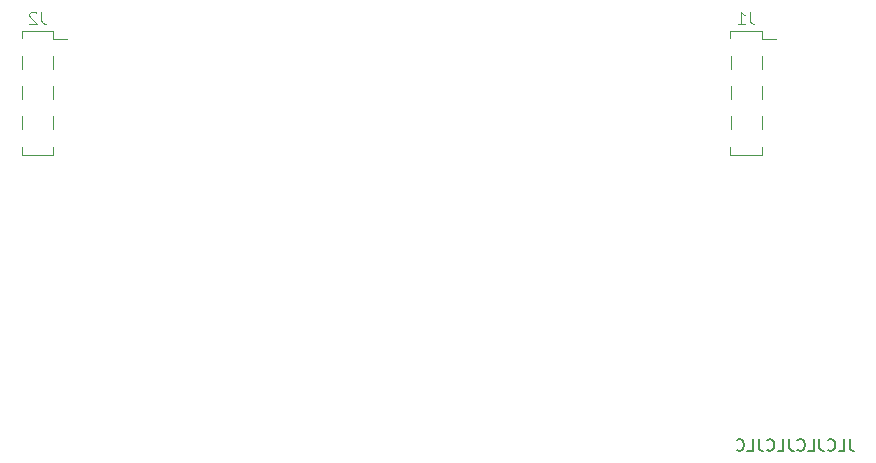
<source format=gbr>
G04 #@! TF.GenerationSoftware,KiCad,Pcbnew,7.0.8*
G04 #@! TF.CreationDate,2023-11-05T16:12:15+01:00*
G04 #@! TF.ProjectId,Front,46726f6e-742e-46b6-9963-61645f706362,rev?*
G04 #@! TF.SameCoordinates,Original*
G04 #@! TF.FileFunction,Legend,Bot*
G04 #@! TF.FilePolarity,Positive*
%FSLAX46Y46*%
G04 Gerber Fmt 4.6, Leading zero omitted, Abs format (unit mm)*
G04 Created by KiCad (PCBNEW 7.0.8) date 2023-11-05 16:12:15*
%MOMM*%
%LPD*%
G01*
G04 APERTURE LIST*
%ADD10C,0.160000*%
%ADD11C,0.100000*%
%ADD12C,0.120000*%
%ADD13R,7.200000X1.000000*%
G04 APERTURE END LIST*
D10*
X168790927Y-129339299D02*
X168790927Y-130053584D01*
X168790927Y-130053584D02*
X168838546Y-130196441D01*
X168838546Y-130196441D02*
X168933784Y-130291680D01*
X168933784Y-130291680D02*
X169076641Y-130339299D01*
X169076641Y-130339299D02*
X169171879Y-130339299D01*
X167838546Y-130339299D02*
X168314736Y-130339299D01*
X168314736Y-130339299D02*
X168314736Y-129339299D01*
X166933784Y-130244060D02*
X166981403Y-130291680D01*
X166981403Y-130291680D02*
X167124260Y-130339299D01*
X167124260Y-130339299D02*
X167219498Y-130339299D01*
X167219498Y-130339299D02*
X167362355Y-130291680D01*
X167362355Y-130291680D02*
X167457593Y-130196441D01*
X167457593Y-130196441D02*
X167505212Y-130101203D01*
X167505212Y-130101203D02*
X167552831Y-129910727D01*
X167552831Y-129910727D02*
X167552831Y-129767870D01*
X167552831Y-129767870D02*
X167505212Y-129577394D01*
X167505212Y-129577394D02*
X167457593Y-129482156D01*
X167457593Y-129482156D02*
X167362355Y-129386918D01*
X167362355Y-129386918D02*
X167219498Y-129339299D01*
X167219498Y-129339299D02*
X167124260Y-129339299D01*
X167124260Y-129339299D02*
X166981403Y-129386918D01*
X166981403Y-129386918D02*
X166933784Y-129434537D01*
X166219498Y-129339299D02*
X166219498Y-130053584D01*
X166219498Y-130053584D02*
X166267117Y-130196441D01*
X166267117Y-130196441D02*
X166362355Y-130291680D01*
X166362355Y-130291680D02*
X166505212Y-130339299D01*
X166505212Y-130339299D02*
X166600450Y-130339299D01*
X165267117Y-130339299D02*
X165743307Y-130339299D01*
X165743307Y-130339299D02*
X165743307Y-129339299D01*
X164362355Y-130244060D02*
X164409974Y-130291680D01*
X164409974Y-130291680D02*
X164552831Y-130339299D01*
X164552831Y-130339299D02*
X164648069Y-130339299D01*
X164648069Y-130339299D02*
X164790926Y-130291680D01*
X164790926Y-130291680D02*
X164886164Y-130196441D01*
X164886164Y-130196441D02*
X164933783Y-130101203D01*
X164933783Y-130101203D02*
X164981402Y-129910727D01*
X164981402Y-129910727D02*
X164981402Y-129767870D01*
X164981402Y-129767870D02*
X164933783Y-129577394D01*
X164933783Y-129577394D02*
X164886164Y-129482156D01*
X164886164Y-129482156D02*
X164790926Y-129386918D01*
X164790926Y-129386918D02*
X164648069Y-129339299D01*
X164648069Y-129339299D02*
X164552831Y-129339299D01*
X164552831Y-129339299D02*
X164409974Y-129386918D01*
X164409974Y-129386918D02*
X164362355Y-129434537D01*
X163648069Y-129339299D02*
X163648069Y-130053584D01*
X163648069Y-130053584D02*
X163695688Y-130196441D01*
X163695688Y-130196441D02*
X163790926Y-130291680D01*
X163790926Y-130291680D02*
X163933783Y-130339299D01*
X163933783Y-130339299D02*
X164029021Y-130339299D01*
X162695688Y-130339299D02*
X163171878Y-130339299D01*
X163171878Y-130339299D02*
X163171878Y-129339299D01*
X161790926Y-130244060D02*
X161838545Y-130291680D01*
X161838545Y-130291680D02*
X161981402Y-130339299D01*
X161981402Y-130339299D02*
X162076640Y-130339299D01*
X162076640Y-130339299D02*
X162219497Y-130291680D01*
X162219497Y-130291680D02*
X162314735Y-130196441D01*
X162314735Y-130196441D02*
X162362354Y-130101203D01*
X162362354Y-130101203D02*
X162409973Y-129910727D01*
X162409973Y-129910727D02*
X162409973Y-129767870D01*
X162409973Y-129767870D02*
X162362354Y-129577394D01*
X162362354Y-129577394D02*
X162314735Y-129482156D01*
X162314735Y-129482156D02*
X162219497Y-129386918D01*
X162219497Y-129386918D02*
X162076640Y-129339299D01*
X162076640Y-129339299D02*
X161981402Y-129339299D01*
X161981402Y-129339299D02*
X161838545Y-129386918D01*
X161838545Y-129386918D02*
X161790926Y-129434537D01*
X161076640Y-129339299D02*
X161076640Y-130053584D01*
X161076640Y-130053584D02*
X161124259Y-130196441D01*
X161124259Y-130196441D02*
X161219497Y-130291680D01*
X161219497Y-130291680D02*
X161362354Y-130339299D01*
X161362354Y-130339299D02*
X161457592Y-130339299D01*
X160124259Y-130339299D02*
X160600449Y-130339299D01*
X160600449Y-130339299D02*
X160600449Y-129339299D01*
X159219497Y-130244060D02*
X159267116Y-130291680D01*
X159267116Y-130291680D02*
X159409973Y-130339299D01*
X159409973Y-130339299D02*
X159505211Y-130339299D01*
X159505211Y-130339299D02*
X159648068Y-130291680D01*
X159648068Y-130291680D02*
X159743306Y-130196441D01*
X159743306Y-130196441D02*
X159790925Y-130101203D01*
X159790925Y-130101203D02*
X159838544Y-129910727D01*
X159838544Y-129910727D02*
X159838544Y-129767870D01*
X159838544Y-129767870D02*
X159790925Y-129577394D01*
X159790925Y-129577394D02*
X159743306Y-129482156D01*
X159743306Y-129482156D02*
X159648068Y-129386918D01*
X159648068Y-129386918D02*
X159505211Y-129339299D01*
X159505211Y-129339299D02*
X159409973Y-129339299D01*
X159409973Y-129339299D02*
X159267116Y-129386918D01*
X159267116Y-129386918D02*
X159219497Y-129434537D01*
D11*
X100333333Y-93157419D02*
X100333333Y-93871704D01*
X100333333Y-93871704D02*
X100380952Y-94014561D01*
X100380952Y-94014561D02*
X100476190Y-94109800D01*
X100476190Y-94109800D02*
X100619047Y-94157419D01*
X100619047Y-94157419D02*
X100714285Y-94157419D01*
X99904761Y-93252657D02*
X99857142Y-93205038D01*
X99857142Y-93205038D02*
X99761904Y-93157419D01*
X99761904Y-93157419D02*
X99523809Y-93157419D01*
X99523809Y-93157419D02*
X99428571Y-93205038D01*
X99428571Y-93205038D02*
X99380952Y-93252657D01*
X99380952Y-93252657D02*
X99333333Y-93347895D01*
X99333333Y-93347895D02*
X99333333Y-93443133D01*
X99333333Y-93443133D02*
X99380952Y-93585990D01*
X99380952Y-93585990D02*
X99952380Y-94157419D01*
X99952380Y-94157419D02*
X99333333Y-94157419D01*
X160333333Y-93157419D02*
X160333333Y-93871704D01*
X160333333Y-93871704D02*
X160380952Y-94014561D01*
X160380952Y-94014561D02*
X160476190Y-94109800D01*
X160476190Y-94109800D02*
X160619047Y-94157419D01*
X160619047Y-94157419D02*
X160714285Y-94157419D01*
X159333333Y-94157419D02*
X159904761Y-94157419D01*
X159619047Y-94157419D02*
X159619047Y-93157419D01*
X159619047Y-93157419D02*
X159714285Y-93300276D01*
X159714285Y-93300276D02*
X159809523Y-93395514D01*
X159809523Y-93395514D02*
X159904761Y-93443133D01*
D12*
X102540000Y-95430000D02*
X101330000Y-95430000D01*
X101330000Y-105240000D02*
X98670000Y-105240000D01*
X101330000Y-104600000D02*
X101330000Y-105240000D01*
X101330000Y-102000000D02*
X101330000Y-103100000D01*
X101330000Y-99450000D02*
X101330000Y-100550000D01*
X101330000Y-96900000D02*
X101330000Y-98000000D01*
X101330000Y-94760000D02*
X101330000Y-95430000D01*
X101330000Y-94760000D02*
X98670000Y-94760000D01*
X98700000Y-102000000D02*
X98700000Y-103100000D01*
X98700000Y-99450000D02*
X98700000Y-100550000D01*
X98700000Y-96900000D02*
X98700000Y-98000000D01*
X98670000Y-104570000D02*
X98670000Y-105240000D01*
X98670000Y-94760000D02*
X98670000Y-95400000D01*
X162540000Y-95430000D02*
X161330000Y-95430000D01*
X161330000Y-105240000D02*
X158670000Y-105240000D01*
X161330000Y-104600000D02*
X161330000Y-105240000D01*
X161330000Y-102000000D02*
X161330000Y-103100000D01*
X161330000Y-99450000D02*
X161330000Y-100550000D01*
X161330000Y-96900000D02*
X161330000Y-98000000D01*
X161330000Y-94760000D02*
X161330000Y-95430000D01*
X161330000Y-94760000D02*
X158670000Y-94760000D01*
X158700000Y-102000000D02*
X158700000Y-103100000D01*
X158700000Y-99450000D02*
X158700000Y-100550000D01*
X158700000Y-96900000D02*
X158700000Y-98000000D01*
X158670000Y-104570000D02*
X158670000Y-105240000D01*
X158670000Y-94760000D02*
X158670000Y-95400000D01*
%LPC*%
D13*
X100000000Y-96190000D03*
X100000000Y-98730000D03*
X100000000Y-101270000D03*
X100000000Y-103810000D03*
X160000000Y-96190000D03*
X160000000Y-98730000D03*
X160000000Y-101270000D03*
X160000000Y-103810000D03*
%LPD*%
M02*

</source>
